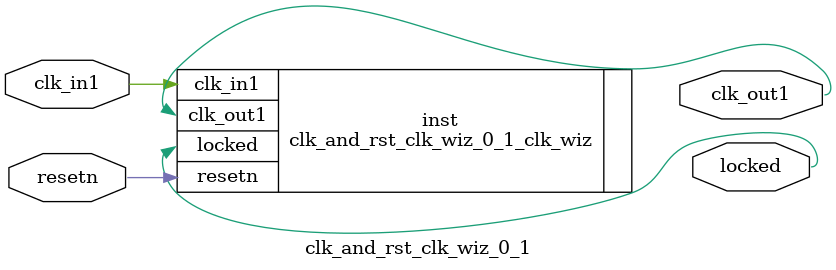
<source format=v>


`timescale 1ps/1ps

(* CORE_GENERATION_INFO = "clk_and_rst_clk_wiz_0_1,clk_wiz_v6_0_4_0_0,{component_name=clk_and_rst_clk_wiz_0_1,use_phase_alignment=true,use_min_o_jitter=false,use_max_i_jitter=false,use_dyn_phase_shift=false,use_inclk_switchover=false,use_dyn_reconfig=false,enable_axi=0,feedback_source=FDBK_AUTO,PRIMITIVE=MMCM,num_out_clk=1,clkin1_period=10.000,clkin2_period=10.000,use_power_down=false,use_reset=true,use_locked=true,use_inclk_stopped=false,feedback_type=SINGLE,CLOCK_MGR_TYPE=NA,manual_override=false}" *)

module clk_and_rst_clk_wiz_0_1 
 (
  // Clock out ports
  output        clk_out1,
  // Status and control signals
  input         resetn,
  output        locked,
 // Clock in ports
  input         clk_in1
 );

  clk_and_rst_clk_wiz_0_1_clk_wiz inst
  (
  // Clock out ports  
  .clk_out1(clk_out1),
  // Status and control signals               
  .resetn(resetn), 
  .locked(locked),
 // Clock in ports
  .clk_in1(clk_in1)
  );

endmodule

</source>
